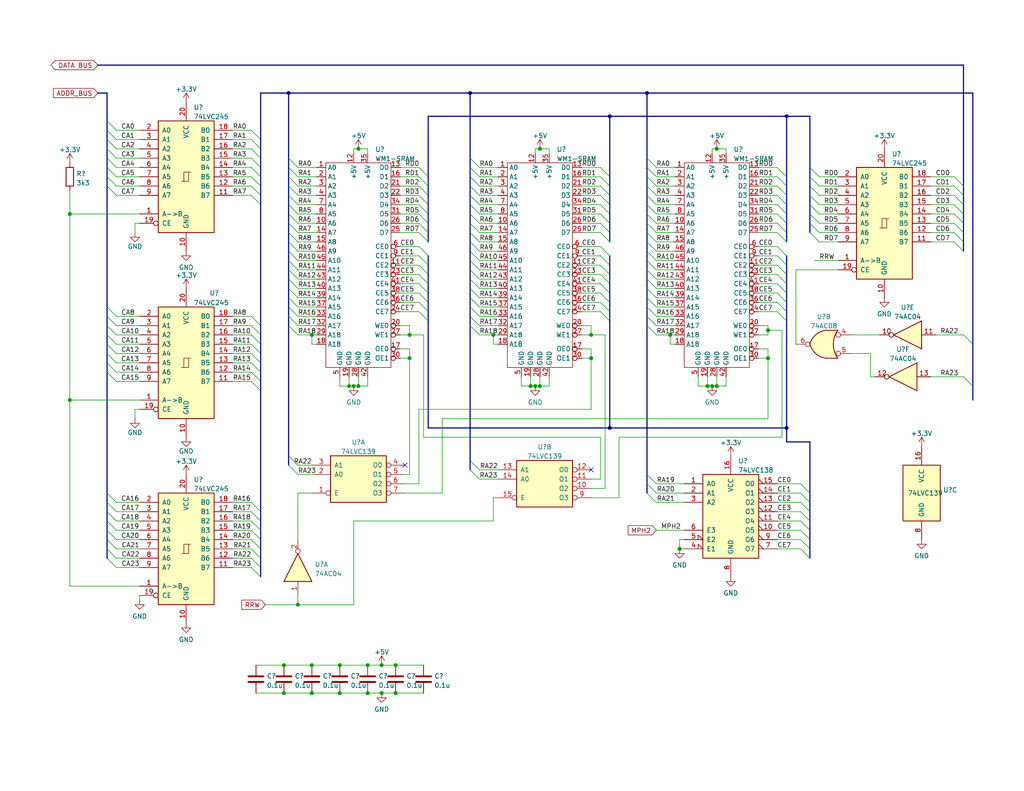
<source format=kicad_sch>
(kicad_sch (version 20211123) (generator eeschema)
  (paper "A")
  (title_block (title "RF65816SBC SRAM") (rev "1") (company "Finitron"))
  (junction (at 214.63 116.84))
  (junction (at 104.14 189.23))
  (junction (at 81.28 165.1))
  (junction (at 85.09 91.44))
  (junction (at 195.58 40.64))
  (junction (at 107.95 189.23))
  (junction (at 78.74 25.4))
  (junction (at 194.31 105.41))
  (junction (at 147.32 40.64))
  (junction (at 209.55 90.17))
  (junction (at 92.71 181.61))
  (junction (at 95.25 105.41))
  (junction (at 77.47 189.23))
  (junction (at 214.63 31.75))
  (junction (at 96.52 105.41))
  (junction (at 97.79 40.64))
  (junction (at 147.32 105.41))
  (junction (at 144.78 105.41))
  (junction (at 104.14 181.61))
  (junction (at 19.05 58.42))
  (junction (at 92.71 189.23))
  (junction (at 209.55 97.79))
  (junction (at 134.62 91.44))
  (junction (at 100.33 189.23))
  (junction (at 176.53 25.4))
  (junction (at 107.95 181.61))
  (junction (at 195.58 105.41))
  (junction (at 19.05 109.22))
  (junction (at 100.33 181.61))
  (junction (at 182.88 91.44))
  (junction (at 77.47 181.61))
  (junction (at 146.05 105.41))
  (junction (at 97.79 105.41))
  (junction (at 161.29 97.79))
  (junction (at 111.76 91.44))
  (junction (at 161.29 91.44))
  (junction (at 166.37 31.75))
  (junction (at 185.42 149.86))
  (junction (at 85.09 189.23))
  (junction (at 85.09 181.61))
  (junction (at 128.27 25.4))
  (junction (at 111.76 97.79))
  (junction (at 166.37 116.84))
  (junction (at 193.04 105.41))
  (no_connect (at 161.29 128.27))
  (no_connect (at 110.49 127))
  (bus_entry (at 68.58 137.16) (size 2.54 2.54))
  (bus_entry (at 212.09 74.93) (size 2.54 2.54))
  (bus_entry (at 68.58 142.24) (size 2.54 2.54))
  (bus_entry (at 29.21 83.82) (size 2.54 2.54))
  (bus_entry (at 176.53 50.8) (size 2.54 2.54))
  (bus_entry (at 220.98 60.96) (size 2.54 2.54))
  (bus_entry (at 68.58 50.8) (size 2.54 2.54))
  (bus_entry (at 78.74 68.58) (size 2.54 2.54))
  (bus_entry (at 114.3 69.85) (size 2.54 2.54))
  (bus_entry (at 176.53 134.62) (size 2.54 2.54))
  (bus_entry (at 68.58 139.7) (size 2.54 2.54))
  (bus_entry (at 68.58 45.72) (size 2.54 2.54))
  (bus_entry (at 260.35 63.5) (size 2.54 2.54))
  (bus_entry (at 212.09 72.39) (size 2.54 2.54))
  (bus_entry (at 78.74 81.28) (size 2.54 2.54))
  (bus_entry (at 114.3 58.42) (size 2.54 2.54))
  (bus_entry (at 176.53 76.2) (size 2.54 2.54))
  (bus_entry (at 163.83 69.85) (size 2.54 2.54))
  (bus_entry (at 163.83 45.72) (size 2.54 2.54))
  (bus_entry (at 114.3 63.5) (size 2.54 2.54))
  (bus_entry (at 114.3 74.93) (size 2.54 2.54))
  (bus_entry (at 220.98 58.42) (size 2.54 2.54))
  (bus_entry (at 128.27 43.18) (size 2.54 2.54))
  (bus_entry (at 212.09 60.96) (size 2.54 2.54))
  (bus_entry (at 260.35 66.04) (size 2.54 2.54))
  (bus_entry (at 212.09 69.85) (size 2.54 2.54))
  (bus_entry (at 260.35 53.34) (size 2.54 2.54))
  (bus_entry (at 128.27 60.96) (size 2.54 2.54))
  (bus_entry (at 163.83 50.8) (size 2.54 2.54))
  (bus_entry (at 176.53 68.58) (size 2.54 2.54))
  (bus_entry (at 78.74 88.9) (size 2.54 2.54))
  (bus_entry (at 68.58 101.6) (size 2.54 2.54))
  (bus_entry (at 218.44 134.62) (size 2.54 2.54))
  (bus_entry (at 212.09 48.26) (size 2.54 2.54))
  (bus_entry (at 176.53 129.54) (size 2.54 2.54))
  (bus_entry (at 176.53 58.42) (size 2.54 2.54))
  (bus_entry (at 163.83 74.93) (size 2.54 2.54))
  (bus_entry (at 262.89 91.44) (size 2.54 2.54))
  (bus_entry (at 78.74 124.46) (size 2.54 2.54))
  (bus_entry (at 29.21 86.36) (size 2.54 2.54))
  (bus_entry (at 128.27 50.8) (size 2.54 2.54))
  (bus_entry (at 212.09 58.42) (size 2.54 2.54))
  (bus_entry (at 78.74 63.5) (size 2.54 2.54))
  (bus_entry (at 68.58 91.44) (size 2.54 2.54))
  (bus_entry (at 163.83 58.42) (size 2.54 2.54))
  (bus_entry (at 212.09 63.5) (size 2.54 2.54))
  (bus_entry (at 78.74 78.74) (size 2.54 2.54))
  (bus_entry (at 260.35 48.26) (size 2.54 2.54))
  (bus_entry (at 128.27 125.73) (size 2.54 2.54))
  (bus_entry (at 128.27 45.72) (size 2.54 2.54))
  (bus_entry (at 114.3 85.09) (size 2.54 2.54))
  (bus_entry (at 29.21 149.86) (size 2.54 2.54))
  (bus_entry (at 163.83 80.01) (size 2.54 2.54))
  (bus_entry (at 128.27 76.2) (size 2.54 2.54))
  (bus_entry (at 176.53 48.26) (size 2.54 2.54))
  (bus_entry (at 176.53 73.66) (size 2.54 2.54))
  (bus_entry (at 218.44 144.78) (size 2.54 2.54))
  (bus_entry (at 68.58 144.78) (size 2.54 2.54))
  (bus_entry (at 212.09 82.55) (size 2.54 2.54))
  (bus_entry (at 176.53 55.88) (size 2.54 2.54))
  (bus_entry (at 262.89 102.87) (size 2.54 2.54))
  (bus_entry (at 212.09 53.34) (size 2.54 2.54))
  (bus_entry (at 163.83 82.55) (size 2.54 2.54))
  (bus_entry (at 29.21 137.16) (size 2.54 2.54))
  (bus_entry (at 128.27 81.28) (size 2.54 2.54))
  (bus_entry (at 163.83 63.5) (size 2.54 2.54))
  (bus_entry (at 128.27 78.74) (size 2.54 2.54))
  (bus_entry (at 29.21 134.62) (size 2.54 2.54))
  (bus_entry (at 114.3 45.72) (size 2.54 2.54))
  (bus_entry (at 68.58 40.64) (size 2.54 2.54))
  (bus_entry (at 218.44 149.86) (size 2.54 2.54))
  (bus_entry (at 78.74 83.82) (size 2.54 2.54))
  (bus_entry (at 114.3 80.01) (size 2.54 2.54))
  (bus_entry (at 29.21 142.24) (size 2.54 2.54))
  (bus_entry (at 78.74 60.96) (size 2.54 2.54))
  (bus_entry (at 78.74 55.88) (size 2.54 2.54))
  (bus_entry (at 163.83 55.88) (size 2.54 2.54))
  (bus_entry (at 163.83 67.31) (size 2.54 2.54))
  (bus_entry (at 114.3 67.31) (size 2.54 2.54))
  (bus_entry (at 128.27 55.88) (size 2.54 2.54))
  (bus_entry (at 29.21 40.64) (size 2.54 2.54))
  (bus_entry (at 29.21 147.32) (size 2.54 2.54))
  (bus_entry (at 176.53 78.74) (size 2.54 2.54))
  (bus_entry (at 260.35 58.42) (size 2.54 2.54))
  (bus_entry (at 29.21 50.8) (size 2.54 2.54))
  (bus_entry (at 218.44 137.16) (size 2.54 2.54))
  (bus_entry (at 68.58 147.32) (size 2.54 2.54))
  (bus_entry (at 176.53 66.04) (size 2.54 2.54))
  (bus_entry (at 176.53 83.82) (size 2.54 2.54))
  (bus_entry (at 68.58 149.86) (size 2.54 2.54))
  (bus_entry (at 78.74 45.72) (size 2.54 2.54))
  (bus_entry (at 212.09 45.72) (size 2.54 2.54))
  (bus_entry (at 128.27 68.58) (size 2.54 2.54))
  (bus_entry (at 128.27 53.34) (size 2.54 2.54))
  (bus_entry (at 68.58 99.06) (size 2.54 2.54))
  (bus_entry (at 29.21 38.1) (size 2.54 2.54))
  (bus_entry (at 176.53 45.72) (size 2.54 2.54))
  (bus_entry (at 29.21 139.7) (size 2.54 2.54))
  (bus_entry (at 29.21 144.78) (size 2.54 2.54))
  (bus_entry (at 78.74 58.42) (size 2.54 2.54))
  (bus_entry (at 114.3 50.8) (size 2.54 2.54))
  (bus_entry (at 128.27 88.9) (size 2.54 2.54))
  (bus_entry (at 78.74 76.2) (size 2.54 2.54))
  (bus_entry (at 114.3 53.34) (size 2.54 2.54))
  (bus_entry (at 128.27 48.26) (size 2.54 2.54))
  (bus_entry (at 176.53 43.18) (size 2.54 2.54))
  (bus_entry (at 176.53 132.08) (size 2.54 2.54))
  (bus_entry (at 68.58 86.36) (size 2.54 2.54))
  (bus_entry (at 68.58 48.26) (size 2.54 2.54))
  (bus_entry (at 29.21 101.6) (size 2.54 2.54))
  (bus_entry (at 128.27 58.42) (size 2.54 2.54))
  (bus_entry (at 220.98 50.8) (size 2.54 2.54))
  (bus_entry (at 220.98 53.34) (size 2.54 2.54))
  (bus_entry (at 218.44 147.32) (size 2.54 2.54))
  (bus_entry (at 163.83 77.47) (size 2.54 2.54))
  (bus_entry (at 163.83 60.96) (size 2.54 2.54))
  (bus_entry (at 212.09 55.88) (size 2.54 2.54))
  (bus_entry (at 78.74 50.8) (size 2.54 2.54))
  (bus_entry (at 78.74 71.12) (size 2.54 2.54))
  (bus_entry (at 128.27 71.12) (size 2.54 2.54))
  (bus_entry (at 68.58 53.34) (size 2.54 2.54))
  (bus_entry (at 212.09 77.47) (size 2.54 2.54))
  (bus_entry (at 78.74 127) (size 2.54 2.54))
  (bus_entry (at 212.09 50.8) (size 2.54 2.54))
  (bus_entry (at 29.21 33.02) (size 2.54 2.54))
  (bus_entry (at 78.74 53.34) (size 2.54 2.54))
  (bus_entry (at 68.58 35.56) (size 2.54 2.54))
  (bus_entry (at 68.58 152.4) (size 2.54 2.54))
  (bus_entry (at 29.21 96.52) (size 2.54 2.54))
  (bus_entry (at 68.58 93.98) (size 2.54 2.54))
  (bus_entry (at 78.74 86.36) (size 2.54 2.54))
  (bus_entry (at 220.98 55.88) (size 2.54 2.54))
  (bus_entry (at 212.09 80.01) (size 2.54 2.54))
  (bus_entry (at 78.74 43.18) (size 2.54 2.54))
  (bus_entry (at 260.35 55.88) (size 2.54 2.54))
  (bus_entry (at 260.35 50.8) (size 2.54 2.54))
  (bus_entry (at 128.27 63.5) (size 2.54 2.54))
  (bus_entry (at 114.3 60.96) (size 2.54 2.54))
  (bus_entry (at 29.21 152.4) (size 2.54 2.54))
  (bus_entry (at 68.58 88.9) (size 2.54 2.54))
  (bus_entry (at 29.21 91.44) (size 2.54 2.54))
  (bus_entry (at 78.74 48.26) (size 2.54 2.54))
  (bus_entry (at 68.58 43.18) (size 2.54 2.54))
  (bus_entry (at 29.21 45.72) (size 2.54 2.54))
  (bus_entry (at 68.58 38.1) (size 2.54 2.54))
  (bus_entry (at 128.27 73.66) (size 2.54 2.54))
  (bus_entry (at 29.21 93.98) (size 2.54 2.54))
  (bus_entry (at 68.58 154.94) (size 2.54 2.54))
  (bus_entry (at 218.44 132.08) (size 2.54 2.54))
  (bus_entry (at 260.35 60.96) (size 2.54 2.54))
  (bus_entry (at 114.3 72.39) (size 2.54 2.54))
  (bus_entry (at 68.58 96.52) (size 2.54 2.54))
  (bus_entry (at 128.27 86.36) (size 2.54 2.54))
  (bus_entry (at 218.44 139.7) (size 2.54 2.54))
  (bus_entry (at 176.53 60.96) (size 2.54 2.54))
  (bus_entry (at 163.83 53.34) (size 2.54 2.54))
  (bus_entry (at 176.53 63.5) (size 2.54 2.54))
  (bus_entry (at 114.3 82.55) (size 2.54 2.54))
  (bus_entry (at 163.83 72.39) (size 2.54 2.54))
  (bus_entry (at 176.53 88.9) (size 2.54 2.54))
  (bus_entry (at 114.3 55.88) (size 2.54 2.54))
  (bus_entry (at 220.98 63.5) (size 2.54 2.54))
  (bus_entry (at 114.3 77.47) (size 2.54 2.54))
  (bus_entry (at 29.21 99.06) (size 2.54 2.54))
  (bus_entry (at 176.53 53.34) (size 2.54 2.54))
  (bus_entry (at 212.09 85.09) (size 2.54 2.54))
  (bus_entry (at 176.53 71.12) (size 2.54 2.54))
  (bus_entry (at 128.27 66.04) (size 2.54 2.54))
  (bus_entry (at 212.09 67.31) (size 2.54 2.54))
  (bus_entry (at 163.83 48.26) (size 2.54 2.54))
  (bus_entry (at 29.21 88.9) (size 2.54 2.54))
  (bus_entry (at 220.98 48.26) (size 2.54 2.54))
  (bus_entry (at 176.53 81.28) (size 2.54 2.54))
  (bus_entry (at 128.27 83.82) (size 2.54 2.54))
  (bus_entry (at 29.21 43.18) (size 2.54 2.54))
  (bus_entry (at 78.74 66.04) (size 2.54 2.54))
  (bus_entry (at 78.74 73.66) (size 2.54 2.54))
  (bus_entry (at 218.44 142.24) (size 2.54 2.54))
  (bus_entry (at 68.58 104.14) (size 2.54 2.54))
  (bus_entry (at 220.98 45.72) (size 2.54 2.54))
  (bus_entry (at 114.3 48.26) (size 2.54 2.54))
  (bus_entry (at 29.21 35.56) (size 2.54 2.54))
  (bus_entry (at 176.53 86.36) (size 2.54 2.54))
  (bus_entry (at 128.27 128.27) (size 2.54 2.54))
  (bus_entry (at 29.21 48.26) (size 2.54 2.54))
  (bus_entry (at 163.83 85.09) (size 2.54 2.54))
  (wire (pts (xy 86.36 48.26) (xy 81.28 48.26)))
  (wire (pts (xy 146.05 40.64) (xy 147.32 40.64)))
  (wire (pts (xy 186.69 137.16) (xy 179.07 137.16)))
  (wire (pts (xy 109.22 82.55) (xy 114.3 82.55)))
  (wire (pts (xy 207.01 69.85) (xy 212.09 69.85)))
  (wire (pts (xy 209.55 97.79) (xy 209.55 114.3)))
  (wire (pts (xy 207.01 45.72) (xy 212.09 45.72)))
  (wire (pts (xy 149.86 40.64) (xy 149.86 41.91)))
  (bus (pts (xy 116.84 77.47) (xy 116.84 80.01)))
  (bus (pts (xy 214.63 63.5) (xy 214.63 60.96)))
  (wire (pts (xy 228.6 71.12) (xy 222.25 71.12)))
  (wire (pts (xy 109.22 88.9) (xy 111.76 88.9)))
  (bus (pts (xy 128.27 50.8) (xy 128.27 53.34)))
  (bus (pts (xy 220.98 144.78) (xy 220.98 142.24)))
  (wire (pts (xy 77.47 181.61) (xy 85.09 181.61)))
  (wire (pts (xy 144.78 102.87) (xy 144.78 105.41)))
  (wire (pts (xy 96.52 142.24) (xy 134.62 142.24)))
  (wire (pts (xy 207.01 50.8) (xy 212.09 50.8)))
  (wire (pts (xy 184.15 91.44) (xy 182.88 91.44)))
  (bus (pts (xy 176.53 45.72) (xy 176.53 48.26)))
  (wire (pts (xy 68.58 45.72) (xy 63.5 45.72)))
  (wire (pts (xy 255.27 91.44) (xy 262.89 91.44)))
  (wire (pts (xy 212.09 147.32) (xy 218.44 147.32)))
  (wire (pts (xy 86.36 50.8) (xy 81.28 50.8)))
  (wire (pts (xy 184.15 48.26) (xy 179.07 48.26)))
  (wire (pts (xy 63.5 101.6) (xy 68.58 101.6)))
  (wire (pts (xy 146.05 41.91) (xy 146.05 40.64)))
  (wire (pts (xy 135.89 93.98) (xy 134.62 93.98)))
  (bus (pts (xy 78.74 78.74) (xy 78.74 81.28)))
  (wire (pts (xy 207.01 63.5) (xy 212.09 63.5)))
  (bus (pts (xy 71.12 154.94) (xy 71.12 152.4)))
  (bus (pts (xy 71.12 55.88) (xy 71.12 53.34)))
  (wire (pts (xy 184.15 73.66) (xy 179.07 73.66)))
  (bus (pts (xy 29.21 35.56) (xy 29.21 33.02)))
  (bus (pts (xy 214.63 58.42) (xy 214.63 55.88)))
  (wire (pts (xy 100.33 105.41) (xy 100.33 102.87)))
  (wire (pts (xy 96.52 40.64) (xy 97.79 40.64)))
  (bus (pts (xy 78.74 88.9) (xy 78.74 124.46)))
  (wire (pts (xy 38.1 111.76) (xy 36.83 111.76)))
  (wire (pts (xy 19.05 52.07) (xy 19.05 58.42)))
  (bus (pts (xy 29.21 152.4) (xy 29.21 149.86)))
  (wire (pts (xy 240.03 91.44) (xy 232.41 91.44)))
  (bus (pts (xy 116.84 48.26) (xy 116.84 50.8)))
  (wire (pts (xy 63.5 149.86) (xy 68.58 149.86)))
  (wire (pts (xy 92.71 105.41) (xy 95.25 105.41)))
  (wire (pts (xy 135.89 73.66) (xy 130.81 73.66)))
  (wire (pts (xy 194.31 40.64) (xy 195.58 40.64)))
  (bus (pts (xy 71.12 88.9) (xy 71.12 55.88)))
  (wire (pts (xy 135.89 68.58) (xy 130.81 68.58)))
  (wire (pts (xy 147.32 40.64) (xy 149.86 40.64)))
  (bus (pts (xy 29.21 83.82) (xy 29.21 50.8)))
  (bus (pts (xy 29.21 40.64) (xy 29.21 38.1)))
  (bus (pts (xy 116.84 116.84) (xy 166.37 116.84)))
  (bus (pts (xy 29.21 99.06) (xy 29.21 96.52)))
  (wire (pts (xy 209.55 90.17) (xy 213.36 90.17)))
  (bus (pts (xy 116.84 53.34) (xy 116.84 55.88)))
  (wire (pts (xy 198.12 40.64) (xy 198.12 41.91)))
  (wire (pts (xy 179.07 144.78) (xy 186.69 144.78)))
  (wire (pts (xy 109.22 50.8) (xy 114.3 50.8)))
  (wire (pts (xy 109.22 72.39) (xy 114.3 72.39)))
  (bus (pts (xy 220.98 139.7) (xy 220.98 137.16)))
  (wire (pts (xy 158.75 91.44) (xy 161.29 91.44)))
  (bus (pts (xy 29.21 86.36) (xy 29.21 83.82)))
  (wire (pts (xy 97.79 105.41) (xy 100.33 105.41)))
  (bus (pts (xy 71.12 147.32) (xy 71.12 144.78)))
  (wire (pts (xy 97.79 102.87) (xy 97.79 105.41)))
  (bus (pts (xy 214.63 60.96) (xy 214.63 58.42)))
  (bus (pts (xy 29.21 139.7) (xy 29.21 137.16)))
  (bus (pts (xy 71.12 149.86) (xy 71.12 147.32)))
  (wire (pts (xy 92.71 102.87) (xy 92.71 105.41)))
  (bus (pts (xy 265.43 93.98) (xy 265.43 105.41)))
  (wire (pts (xy 207.01 95.25) (xy 209.55 95.25)))
  (bus (pts (xy 166.37 82.55) (xy 166.37 85.09)))
  (bus (pts (xy 176.53 83.82) (xy 176.53 86.36)))
  (wire (pts (xy 207.01 88.9) (xy 209.55 88.9)))
  (wire (pts (xy 38.1 53.34) (xy 31.75 53.34)))
  (bus (pts (xy 29.21 147.32) (xy 29.21 144.78)))
  (wire (pts (xy 207.01 85.09) (xy 212.09 85.09)))
  (wire (pts (xy 207.01 60.96) (xy 212.09 60.96)))
  (wire (pts (xy 213.36 119.38) (xy 213.36 90.17)))
  (wire (pts (xy 185.42 147.32) (xy 185.42 149.86)))
  (wire (pts (xy 168.91 119.38) (xy 168.91 135.89)))
  (wire (pts (xy 254 50.8) (xy 260.35 50.8)))
  (bus (pts (xy 116.84 72.39) (xy 116.84 74.93)))
  (bus (pts (xy 71.12 104.14) (xy 71.12 101.6)))
  (bus (pts (xy 166.37 116.84) (xy 214.63 116.84)))
  (wire (pts (xy 207.01 53.34) (xy 212.09 53.34)))
  (bus (pts (xy 262.89 58.42) (xy 262.89 55.88)))
  (wire (pts (xy 142.24 102.87) (xy 142.24 105.41)))
  (wire (pts (xy 209.55 88.9) (xy 209.55 90.17)))
  (bus (pts (xy 78.74 55.88) (xy 78.74 58.42)))
  (bus (pts (xy 29.21 101.6) (xy 29.21 134.62)))
  (wire (pts (xy 184.15 45.72) (xy 179.07 45.72)))
  (bus (pts (xy 166.37 58.42) (xy 166.37 55.88)))
  (wire (pts (xy 198.12 105.41) (xy 198.12 102.87)))
  (wire (pts (xy 68.58 35.56) (xy 63.5 35.56)))
  (bus (pts (xy 214.63 69.85) (xy 214.63 72.39)))
  (bus (pts (xy 128.27 58.42) (xy 128.27 60.96)))
  (bus (pts (xy 220.98 147.32) (xy 220.98 144.78)))
  (bus (pts (xy 265.43 25.4) (xy 265.43 93.98)))
  (bus (pts (xy 220.98 134.62) (xy 220.98 120.65)))
  (bus (pts (xy 166.37 85.09) (xy 166.37 87.63)))
  (bus (pts (xy 166.37 50.8) (xy 166.37 48.26)))
  (wire (pts (xy 228.6 48.26) (xy 223.52 48.26)))
  (wire (pts (xy 186.69 132.08) (xy 179.07 132.08)))
  (wire (pts (xy 104.14 189.23) (xy 107.95 189.23)))
  (wire (pts (xy 161.29 91.44) (xy 165.1 91.44)))
  (wire (pts (xy 207.01 74.93) (xy 212.09 74.93)))
  (wire (pts (xy 38.1 147.32) (xy 31.75 147.32)))
  (bus (pts (xy 166.37 66.04) (xy 166.37 63.5)))
  (wire (pts (xy 68.58 43.18) (xy 63.5 43.18)))
  (wire (pts (xy 86.36 93.98) (xy 85.09 93.98)))
  (bus (pts (xy 78.74 71.12) (xy 78.74 73.66)))
  (bus (pts (xy 176.53 60.96) (xy 176.53 63.5)))
  (wire (pts (xy 110.49 129.54) (xy 111.76 129.54)))
  (wire (pts (xy 86.36 60.96) (xy 81.28 60.96)))
  (wire (pts (xy 111.76 95.25) (xy 111.76 97.79)))
  (wire (pts (xy 81.28 134.62) (xy 85.09 134.62)))
  (wire (pts (xy 114.3 111.76) (xy 114.3 132.08)))
  (wire (pts (xy 135.89 53.34) (xy 130.81 53.34)))
  (wire (pts (xy 38.1 93.98) (xy 31.75 93.98)))
  (wire (pts (xy 212.09 142.24) (xy 218.44 142.24)))
  (bus (pts (xy 166.37 60.96) (xy 166.37 58.42)))
  (wire (pts (xy 86.36 83.82) (xy 81.28 83.82)))
  (bus (pts (xy 220.98 63.5) (xy 220.98 60.96)))
  (wire (pts (xy 135.89 86.36) (xy 130.81 86.36)))
  (wire (pts (xy 135.89 63.5) (xy 130.81 63.5)))
  (wire (pts (xy 68.58 48.26) (xy 63.5 48.26)))
  (wire (pts (xy 109.22 80.01) (xy 114.3 80.01)))
  (bus (pts (xy 78.74 127) (xy 78.74 124.46)))
  (bus (pts (xy 176.53 76.2) (xy 176.53 78.74)))
  (wire (pts (xy 212.09 132.08) (xy 218.44 132.08)))
  (bus (pts (xy 176.53 63.5) (xy 176.53 66.04)))
  (bus (pts (xy 220.98 137.16) (xy 220.98 134.62)))
  (bus (pts (xy 176.53 53.34) (xy 176.53 55.88)))
  (bus (pts (xy 176.53 132.08) (xy 176.53 129.54)))
  (wire (pts (xy 109.22 53.34) (xy 114.3 53.34)))
  (bus (pts (xy 116.84 69.85) (xy 116.84 72.39)))
  (wire (pts (xy 38.1 144.78) (xy 31.75 144.78)))
  (wire (pts (xy 100.33 181.61) (xy 104.14 181.61)))
  (bus (pts (xy 176.53 58.42) (xy 176.53 60.96)))
  (wire (pts (xy 38.1 38.1) (xy 31.75 38.1)))
  (wire (pts (xy 158.75 67.31) (xy 163.83 67.31)))
  (bus (pts (xy 128.27 60.96) (xy 128.27 63.5)))
  (bus (pts (xy 78.74 63.5) (xy 78.74 66.04)))
  (wire (pts (xy 111.76 91.44) (xy 109.22 91.44)))
  (wire (pts (xy 184.15 53.34) (xy 179.07 53.34)))
  (bus (pts (xy 78.74 81.28) (xy 78.74 83.82)))
  (bus (pts (xy 176.53 43.18) (xy 176.53 45.72)))
  (bus (pts (xy 166.37 72.39) (xy 166.37 74.93)))
  (wire (pts (xy 254 63.5) (xy 260.35 63.5)))
  (wire (pts (xy 184.15 60.96) (xy 179.07 60.96)))
  (bus (pts (xy 176.53 25.4) (xy 176.53 43.18)))
  (wire (pts (xy 68.58 142.24) (xy 63.5 142.24)))
  (wire (pts (xy 38.1 88.9) (xy 31.75 88.9)))
  (wire (pts (xy 115.57 119.38) (xy 115.57 91.44)))
  (wire (pts (xy 109.22 74.93) (xy 114.3 74.93)))
  (wire (pts (xy 158.75 85.09) (xy 163.83 85.09)))
  (wire (pts (xy 85.09 129.54) (xy 81.28 129.54)))
  (wire (pts (xy 104.14 181.61) (xy 107.95 181.61)))
  (bus (pts (xy 176.53 68.58) (xy 176.53 71.12)))
  (wire (pts (xy 184.15 66.04) (xy 179.07 66.04)))
  (wire (pts (xy 158.75 63.5) (xy 163.83 63.5)))
  (bus (pts (xy 166.37 31.75) (xy 116.84 31.75)))
  (wire (pts (xy 68.58 147.32) (xy 63.5 147.32)))
  (wire (pts (xy 38.1 40.64) (xy 31.75 40.64)))
  (wire (pts (xy 217.17 73.66) (xy 228.6 73.66)))
  (bus (pts (xy 78.74 43.18) (xy 78.74 45.72)))
  (wire (pts (xy 77.47 189.23) (xy 85.09 189.23)))
  (bus (pts (xy 262.89 17.78) (xy 262.89 50.8)))
  (bus (pts (xy 128.27 83.82) (xy 128.27 86.36)))
  (wire (pts (xy 68.58 88.9) (xy 63.5 88.9)))
  (wire (pts (xy 184.15 58.42) (xy 179.07 58.42)))
  (bus (pts (xy 128.27 78.74) (xy 128.27 81.28)))
  (wire (pts (xy 135.89 50.8) (xy 130.81 50.8)))
  (wire (pts (xy 86.36 68.58) (xy 81.28 68.58)))
  (wire (pts (xy 254 53.34) (xy 260.35 53.34)))
  (wire (pts (xy 92.71 181.61) (xy 100.33 181.61)))
  (bus (pts (xy 71.12 25.4) (xy 78.74 25.4)))
  (wire (pts (xy 109.22 58.42) (xy 114.3 58.42)))
  (wire (pts (xy 209.55 91.44) (xy 207.01 91.44)))
  (wire (pts (xy 158.75 50.8) (xy 163.83 50.8)))
  (wire (pts (xy 85.09 127) (xy 81.28 127)))
  (wire (pts (xy 228.6 53.34) (xy 223.52 53.34)))
  (wire (pts (xy 135.89 60.96) (xy 130.81 60.96)))
  (bus (pts (xy 220.98 149.86) (xy 220.98 147.32)))
  (wire (pts (xy 147.32 105.41) (xy 149.86 105.41)))
  (bus (pts (xy 128.27 88.9) (xy 128.27 125.73)))
  (bus (pts (xy 29.21 93.98) (xy 29.21 91.44)))
  (wire (pts (xy 237.49 102.87) (xy 237.49 96.52)))
  (wire (pts (xy 207.01 72.39) (xy 212.09 72.39)))
  (bus (pts (xy 214.63 85.09) (xy 214.63 87.63)))
  (wire (pts (xy 38.1 86.36) (xy 31.75 86.36)))
  (bus (pts (xy 29.21 149.86) (xy 29.21 147.32)))
  (wire (pts (xy 184.15 63.5) (xy 179.07 63.5)))
  (wire (pts (xy 107.95 181.61) (xy 115.57 181.61)))
  (bus (pts (xy 116.84 85.09) (xy 116.84 87.63)))
  (wire (pts (xy 120.65 114.3) (xy 209.55 114.3)))
  (wire (pts (xy 38.1 48.26) (xy 31.75 48.26)))
  (wire (pts (xy 186.69 134.62) (xy 179.07 134.62)))
  (bus (pts (xy 128.27 63.5) (xy 128.27 66.04)))
  (wire (pts (xy 38.1 152.4) (xy 31.75 152.4)))
  (wire (pts (xy 212.09 137.16) (xy 218.44 137.16)))
  (wire (pts (xy 184.15 76.2) (xy 179.07 76.2)))
  (wire (pts (xy 68.58 53.34) (xy 63.5 53.34)))
  (bus (pts (xy 71.12 38.1) (xy 71.12 25.4)))
  (bus (pts (xy 214.63 31.75) (xy 166.37 31.75)))
  (wire (pts (xy 100.33 40.64) (xy 100.33 41.91)))
  (wire (pts (xy 86.36 81.28) (xy 81.28 81.28)))
  (wire (pts (xy 184.15 88.9) (xy 179.07 88.9)))
  (wire (pts (xy 212.09 149.86) (xy 218.44 149.86)))
  (wire (pts (xy 165.1 133.35) (xy 161.29 133.35)))
  (wire (pts (xy 68.58 137.16) (xy 63.5 137.16)))
  (wire (pts (xy 146.05 105.41) (xy 147.32 105.41)))
  (bus (pts (xy 71.12 106.68) (xy 71.12 104.14)))
  (bus (pts (xy 128.27 48.26) (xy 128.27 50.8)))
  (bus (pts (xy 220.98 142.24) (xy 220.98 139.7)))
  (wire (pts (xy 163.83 130.81) (xy 163.83 119.38)))
  (bus (pts (xy 220.98 58.42) (xy 220.98 55.88)))
  (wire (pts (xy 109.22 45.72) (xy 114.3 45.72)))
  (wire (pts (xy 254 58.42) (xy 260.35 58.42)))
  (wire (pts (xy 135.89 58.42) (xy 130.81 58.42)))
  (bus (pts (xy 176.53 25.4) (xy 265.43 25.4)))
  (bus (pts (xy 220.98 152.4) (xy 220.98 149.86)))
  (wire (pts (xy 38.1 43.18) (xy 31.75 43.18)))
  (wire (pts (xy 68.58 93.98) (xy 63.5 93.98)))
  (wire (pts (xy 217.17 93.98) (xy 217.17 73.66)))
  (wire (pts (xy 184.15 55.88) (xy 179.07 55.88)))
  (wire (pts (xy 184.15 78.74) (xy 179.07 78.74)))
  (wire (pts (xy 228.6 55.88) (xy 223.52 55.88)))
  (wire (pts (xy 38.1 149.86) (xy 31.75 149.86)))
  (wire (pts (xy 38.1 142.24) (xy 31.75 142.24)))
  (bus (pts (xy 29.21 25.4) (xy 26.67 25.4)))
  (bus (pts (xy 214.63 50.8) (xy 214.63 48.26)))
  (bus (pts (xy 78.74 86.36) (xy 78.74 88.9)))
  (bus (pts (xy 128.27 76.2) (xy 128.27 78.74)))
  (wire (pts (xy 38.1 154.94) (xy 31.75 154.94)))
  (bus (pts (xy 29.21 43.18) (xy 29.21 40.64)))
  (bus (pts (xy 29.21 91.44) (xy 29.21 88.9)))
  (wire (pts (xy 38.1 45.72) (xy 31.75 45.72)))
  (wire (pts (xy 95.25 102.87) (xy 95.25 105.41)))
  (bus (pts (xy 116.84 60.96) (xy 116.84 63.5)))
  (wire (pts (xy 161.29 95.25) (xy 161.29 97.79)))
  (wire (pts (xy 68.58 104.14) (xy 63.5 104.14)))
  (bus (pts (xy 166.37 87.63) (xy 166.37 116.84)))
  (bus (pts (xy 214.63 53.34) (xy 214.63 50.8)))
  (bus (pts (xy 128.27 86.36) (xy 128.27 88.9)))
  (bus (pts (xy 166.37 53.34) (xy 166.37 50.8)))
  (bus (pts (xy 78.74 68.58) (xy 78.74 71.12)))
  (wire (pts (xy 158.75 74.93) (xy 163.83 74.93)))
  (wire (pts (xy 95.25 105.41) (xy 96.52 105.41)))
  (bus (pts (xy 128.27 73.66) (xy 128.27 76.2)))
  (bus (pts (xy 71.12 40.64) (xy 71.12 38.1)))
  (wire (pts (xy 161.29 130.81) (xy 163.83 130.81)))
  (wire (pts (xy 38.1 35.56) (xy 31.75 35.56)))
  (bus (pts (xy 214.63 82.55) (xy 214.63 85.09)))
  (wire (pts (xy 161.29 97.79) (xy 158.75 97.79)))
  (wire (pts (xy 85.09 181.61) (xy 92.71 181.61)))
  (bus (pts (xy 71.12 157.48) (xy 71.12 154.94)))
  (wire (pts (xy 194.31 41.91) (xy 194.31 40.64)))
  (bus (pts (xy 176.53 86.36) (xy 176.53 88.9)))
  (wire (pts (xy 68.58 96.52) (xy 63.5 96.52)))
  (wire (pts (xy 120.65 114.3) (xy 120.65 134.62)))
  (wire (pts (xy 237.49 96.52) (xy 232.41 96.52)))
  (bus (pts (xy 78.74 45.72) (xy 78.74 48.26)))
  (wire (pts (xy 228.6 50.8) (xy 223.52 50.8)))
  (bus (pts (xy 116.84 87.63) (xy 116.84 116.84)))
  (wire (pts (xy 111.76 97.79) (xy 109.22 97.79)))
  (wire (pts (xy 135.89 135.89) (xy 134.62 135.89)))
  (wire (pts (xy 36.83 111.76) (xy 36.83 114.3)))
  (wire (pts (xy 149.86 105.41) (xy 149.86 102.87)))
  (bus (pts (xy 71.12 45.72) (xy 71.12 43.18)))
  (wire (pts (xy 68.58 38.1) (xy 63.5 38.1)))
  (wire (pts (xy 96.52 165.1) (xy 96.52 142.24)))
  (wire (pts (xy 68.58 50.8) (xy 63.5 50.8)))
  (bus (pts (xy 176.53 78.74) (xy 176.53 81.28)))
  (wire (pts (xy 86.36 76.2) (xy 81.28 76.2)))
  (bus (pts (xy 29.21 99.06) (xy 29.21 101.6)))
  (wire (pts (xy 135.89 76.2) (xy 130.81 76.2)))
  (wire (pts (xy 68.58 139.7) (xy 63.5 139.7)))
  (bus (pts (xy 78.74 50.8) (xy 78.74 53.34)))
  (bus (pts (xy 262.89 60.96) (xy 262.89 58.42)))
  (bus (pts (xy 166.37 48.26) (xy 166.37 31.75)))
  (bus (pts (xy 128.27 25.4) (xy 128.27 43.18)))
  (wire (pts (xy 135.89 78.74) (xy 130.81 78.74)))
  (wire (pts (xy 158.75 80.01) (xy 163.83 80.01)))
  (bus (pts (xy 71.12 96.52) (xy 71.12 93.98)))
  (wire (pts (xy 193.04 105.41) (xy 194.31 105.41)))
  (wire (pts (xy 158.75 69.85) (xy 163.83 69.85)))
  (wire (pts (xy 158.75 72.39) (xy 163.83 72.39)))
  (bus (pts (xy 71.12 106.68) (xy 71.12 139.7)))
  (wire (pts (xy 158.75 60.96) (xy 163.83 60.96)))
  (wire (pts (xy 195.58 40.64) (xy 198.12 40.64)))
  (wire (pts (xy 111.76 91.44) (xy 115.57 91.44)))
  (wire (pts (xy 158.75 82.55) (xy 163.83 82.55)))
  (bus (pts (xy 262.89 55.88) (xy 262.89 53.34)))
  (wire (pts (xy 207.01 48.26) (xy 212.09 48.26)))
  (wire (pts (xy 86.36 63.5) (xy 81.28 63.5)))
  (wire (pts (xy 86.36 73.66) (xy 81.28 73.66)))
  (wire (pts (xy 111.76 97.79) (xy 111.76 129.54)))
  (wire (pts (xy 254 66.04) (xy 260.35 66.04)))
  (bus (pts (xy 176.53 48.26) (xy 176.53 50.8)))
  (wire (pts (xy 114.3 111.76) (xy 161.29 111.76)))
  (wire (pts (xy 86.36 88.9) (xy 81.28 88.9)))
  (wire (pts (xy 109.22 95.25) (xy 111.76 95.25)))
  (wire (pts (xy 209.55 90.17) (xy 209.55 91.44)))
  (wire (pts (xy 86.36 71.12) (xy 81.28 71.12)))
  (wire (pts (xy 135.89 48.26) (xy 130.81 48.26)))
  (bus (pts (xy 78.74 60.96) (xy 78.74 63.5)))
  (wire (pts (xy 194.31 105.41) (xy 195.58 105.41)))
  (wire (pts (xy 85.09 93.98) (xy 85.09 91.44)))
  (wire (pts (xy 184.15 86.36) (xy 179.07 86.36)))
  (wire (pts (xy 254 60.96) (xy 260.35 60.96)))
  (bus (pts (xy 262.89 17.78) (xy 26.67 17.78)))
  (bus (pts (xy 265.43 105.41) (xy 265.43 109.22)))
  (bus (pts (xy 128.27 81.28) (xy 128.27 83.82)))
  (wire (pts (xy 207.01 67.31) (xy 212.09 67.31)))
  (bus (pts (xy 214.63 77.47) (xy 214.63 80.01)))
  (bus (pts (xy 128.27 71.12) (xy 128.27 73.66)))
  (wire (pts (xy 38.1 162.56) (xy 38.1 163.83)))
  (wire (pts (xy 68.58 99.06) (xy 63.5 99.06)))
  (bus (pts (xy 128.27 25.4) (xy 78.74 25.4)))
  (wire (pts (xy 97.79 40.64) (xy 100.33 40.64)))
  (wire (pts (xy 209.55 95.25) (xy 209.55 97.79)))
  (wire (pts (xy 161.29 97.79) (xy 161.29 111.76)))
  (wire (pts (xy 19.05 160.02) (xy 38.1 160.02)))
  (bus (pts (xy 128.27 128.27) (xy 128.27 125.73)))
  (bus (pts (xy 29.21 137.16) (xy 29.21 134.62)))
  (bus (pts (xy 220.98 45.72) (xy 220.98 31.75)))
  (wire (pts (xy 254 55.88) (xy 260.35 55.88)))
  (wire (pts (xy 182.88 93.98) (xy 182.88 91.44)))
  (bus (pts (xy 29.21 96.52) (xy 29.21 93.98)))
  (wire (pts (xy 38.1 91.44) (xy 31.75 91.44)))
  (bus (pts (xy 176.53 81.28) (xy 176.53 83.82)))
  (bus (pts (xy 29.21 33.02) (xy 29.21 25.4)))
  (bus (pts (xy 214.63 66.04) (xy 214.63 63.5)))
  (bus (pts (xy 116.84 50.8) (xy 116.84 53.34)))
  (wire (pts (xy 19.05 58.42) (xy 38.1 58.42)))
  (wire (pts (xy 228.6 63.5) (xy 223.52 63.5)))
  (wire (pts (xy 85.09 189.23) (xy 92.71 189.23)))
  (wire (pts (xy 134.62 91.44) (xy 130.81 91.44)))
  (wire (pts (xy 158.75 53.34) (xy 163.83 53.34)))
  (bus (pts (xy 71.12 48.26) (xy 71.12 45.72)))
  (wire (pts (xy 190.5 102.87) (xy 190.5 105.41)))
  (wire (pts (xy 38.1 60.96) (xy 36.83 60.96)))
  (bus (pts (xy 176.53 88.9) (xy 176.53 129.54)))
  (wire (pts (xy 81.28 165.1) (xy 81.28 162.56)))
  (wire (pts (xy 134.62 142.24) (xy 134.62 135.89)))
  (wire (pts (xy 63.5 152.4) (xy 68.58 152.4)))
  (wire (pts (xy 109.22 69.85) (xy 114.3 69.85)))
  (wire (pts (xy 109.22 55.88) (xy 114.3 55.88)))
  (wire (pts (xy 38.1 137.16) (xy 31.75 137.16)))
  (wire (pts (xy 228.6 58.42) (xy 223.52 58.42)))
  (bus (pts (xy 116.84 58.42) (xy 116.84 60.96)))
  (wire (pts (xy 38.1 139.7) (xy 31.75 139.7)))
  (wire (pts (xy 109.22 60.96) (xy 114.3 60.96)))
  (bus (pts (xy 176.53 25.4) (xy 128.27 25.4)))
  (wire (pts (xy 207.01 77.47) (xy 212.09 77.47)))
  (bus (pts (xy 116.84 63.5) (xy 116.84 66.04)))
  (wire (pts (xy 109.22 48.26) (xy 114.3 48.26)))
  (wire (pts (xy 96.52 41.91) (xy 96.52 40.64)))
  (wire (pts (xy 86.36 58.42) (xy 81.28 58.42)))
  (wire (pts (xy 161.29 91.44) (xy 161.29 88.9)))
  (wire (pts (xy 92.71 189.23) (xy 100.33 189.23)))
  (wire (pts (xy 38.1 99.06) (xy 31.75 99.06)))
  (bus (pts (xy 29.21 48.26) (xy 29.21 45.72)))
  (wire (pts (xy 158.75 58.42) (xy 163.83 58.42)))
  (bus (pts (xy 262.89 68.58) (xy 262.89 66.04)))
  (wire (pts (xy 209.55 97.79) (xy 207.01 97.79)))
  (wire (pts (xy 207.01 55.88) (xy 212.09 55.88)))
  (bus (pts (xy 71.12 53.34) (xy 71.12 50.8)))
  (wire (pts (xy 142.24 105.41) (xy 144.78 105.41)))
  (bus (pts (xy 71.12 142.24) (xy 71.12 139.7)))
  (wire (pts (xy 68.58 91.44) (xy 63.5 91.44)))
  (bus (pts (xy 78.74 53.34) (xy 78.74 55.88)))
  (bus (pts (xy 78.74 73.66) (xy 78.74 76.2)))
  (bus (pts (xy 220.98 55.88) (xy 220.98 53.34)))
  (bus (pts (xy 214.63 74.93) (xy 214.63 77.47)))
  (wire (pts (xy 135.89 55.88) (xy 130.81 55.88)))
  (wire (pts (xy 36.83 60.96) (xy 36.83 63.5)))
  (bus (pts (xy 128.27 68.58) (xy 128.27 71.12)))
  (wire (pts (xy 186.69 147.32) (xy 185.42 147.32)))
  (wire (pts (xy 158.75 45.72) (xy 163.83 45.72)))
  (bus (pts (xy 166.37 63.5) (xy 166.37 60.96)))
  (wire (pts (xy 238.76 102.87) (xy 237.49 102.87)))
  (wire (pts (xy 86.36 45.72) (xy 81.28 45.72)))
  (wire (pts (xy 96.52 105.41) (xy 97.79 105.41)))
  (bus (pts (xy 128.27 53.34) (xy 128.27 55.88)))
  (bus (pts (xy 71.12 152.4) (xy 71.12 149.86)))
  (wire (pts (xy 207.01 80.01) (xy 212.09 80.01)))
  (bus (pts (xy 78.74 76.2) (xy 78.74 78.74)))
  (wire (pts (xy 158.75 55.88) (xy 163.83 55.88)))
  (bus (pts (xy 262.89 66.04) (xy 262.89 63.5)))
  (wire (pts (xy 184.15 83.82) (xy 179.07 83.82)))
  (bus (pts (xy 71.12 99.06) (xy 71.12 96.52)))
  (wire (pts (xy 19.05 109.22) (xy 19.05 160.02)))
  (wire (pts (xy 184.15 93.98) (xy 182.88 93.98)))
  (wire (pts (xy 144.78 105.41) (xy 146.05 105.41)))
  (wire (pts (xy 69.85 181.61) (xy 77.47 181.61)))
  (wire (pts (xy 147.32 102.87) (xy 147.32 105.41)))
  (wire (pts (xy 195.58 102.87) (xy 195.58 105.41)))
  (bus (pts (xy 71.12 144.78) (xy 71.12 142.24)))
  (wire (pts (xy 161.29 88.9) (xy 158.75 88.9)))
  (wire (pts (xy 158.75 48.26) (xy 163.83 48.26)))
  (bus (pts (xy 128.27 66.04) (xy 128.27 68.58)))
  (wire (pts (xy 212.09 139.7) (xy 218.44 139.7)))
  (wire (pts (xy 228.6 66.04) (xy 223.52 66.04)))
  (wire (pts (xy 134.62 93.98) (xy 134.62 91.44)))
  (bus (pts (xy 116.84 31.75) (xy 116.84 48.26)))
  (wire (pts (xy 72.39 165.1) (xy 81.28 165.1)))
  (wire (pts (xy 120.65 134.62) (xy 110.49 134.62)))
  (bus (pts (xy 176.53 73.66) (xy 176.53 76.2)))
  (bus (pts (xy 29.21 38.1) (xy 29.21 35.56)))
  (wire (pts (xy 115.57 119.38) (xy 163.83 119.38)))
  (wire (pts (xy 110.49 132.08) (xy 114.3 132.08)))
  (wire (pts (xy 135.89 128.27) (xy 130.81 128.27)))
  (wire (pts (xy 212.09 144.78) (xy 218.44 144.78)))
  (bus (pts (xy 262.89 53.34) (xy 262.89 50.8)))
  (wire (pts (xy 135.89 88.9) (xy 130.81 88.9)))
  (bus (pts (xy 214.63 48.26) (xy 214.63 31.75)))
  (wire (pts (xy 168.91 135.89) (xy 161.29 135.89)))
  (wire (pts (xy 86.36 78.74) (xy 81.28 78.74)))
  (bus (pts (xy 128.27 55.88) (xy 128.27 58.42)))
  (bus (pts (xy 214.63 87.63) (xy 214.63 116.84)))
  (bus (pts (xy 78.74 83.82) (xy 78.74 86.36)))
  (wire (pts (xy 38.1 50.8) (xy 31.75 50.8)))
  (bus (pts (xy 262.89 63.5) (xy 262.89 60.96)))
  (wire (pts (xy 68.58 86.36) (xy 63.5 86.36)))
  (wire (pts (xy 228.6 60.96) (xy 223.52 60.96)))
  (wire (pts (xy 68.58 40.64) (xy 63.5 40.64)))
  (wire (pts (xy 254 48.26) (xy 260.35 48.26)))
  (bus (pts (xy 29.21 45.72) (xy 29.21 43.18)))
  (wire (pts (xy 38.1 101.6) (xy 31.75 101.6)))
  (bus (pts (xy 214.63 80.01) (xy 214.63 82.55)))
  (wire (pts (xy 109.22 85.09) (xy 114.3 85.09)))
  (bus (pts (xy 176.53 66.04) (xy 176.53 68.58)))
  (wire (pts (xy 86.36 91.44) (xy 85.09 91.44)))
  (wire (pts (xy 168.91 119.38) (xy 213.36 119.38)))
  (wire (pts (xy 38.1 104.14) (xy 31.75 104.14)))
  (wire (pts (xy 190.5 105.41) (xy 193.04 105.41)))
  (bus (pts (xy 214.63 120.65) (xy 214.63 116.84)))
  (wire (pts (xy 212.09 134.62) (xy 218.44 134.62)))
  (wire (pts (xy 135.89 83.82) (xy 130.81 83.82)))
  (bus (pts (xy 214.63 55.88) (xy 214.63 53.34)))
  (wire (pts (xy 158.75 95.25) (xy 161.29 95.25)))
  (wire (pts (xy 81.28 134.62) (xy 81.28 147.32)))
  (bus (pts (xy 128.27 45.72) (xy 128.27 48.26)))
  (wire (pts (xy 182.88 91.44) (xy 179.07 91.44)))
  (wire (pts (xy 207.01 82.55) (xy 212.09 82.55)))
  (wire (pts (xy 135.89 66.04) (xy 130.81 66.04)))
  (wire (pts (xy 165.1 91.44) (xy 165.1 133.35)))
  (bus (pts (xy 166.37 74.93) (xy 166.37 77.47)))
  (wire (pts (xy 135.89 91.44) (xy 134.62 91.44)))
  (wire (pts (xy 254 102.87) (xy 262.89 102.87)))
  (wire (pts (xy 135.89 71.12) (xy 130.81 71.12)))
  (wire (pts (xy 184.15 68.58) (xy 179.07 68.58)))
  (wire (pts (xy 193.04 102.87) (xy 193.04 105.41)))
  (wire (pts (xy 135.89 45.72) (xy 130.81 45.72)))
  (bus (pts (xy 166.37 69.85) (xy 166.37 72.39)))
  (bus (pts (xy 29.21 50.8) (xy 29.21 48.26)))
  (bus (pts (xy 78.74 66.04) (xy 78.74 68.58)))
  (wire (pts (xy 184.15 71.12) (xy 179.07 71.12)))
  (bus (pts (xy 116.84 80.01) (xy 116.84 82.55)))
  (wire (pts (xy 19.05 109.22) (xy 38.1 109.22)))
  (bus (pts (xy 220.98 48.26) (xy 220.98 45.72)))
  (bus (pts (xy 29.21 88.9) (xy 29.21 86.36)))
  (bus (pts (xy 78.74 58.42) (xy 78.74 60.96)))
  (bus (pts (xy 116.84 74.93) (xy 116.84 77.47)))
  (bus (pts (xy 71.12 91.44) (xy 71.12 88.9)))
  (wire (pts (xy 135.89 81.28) (xy 130.81 81.28)))
  (bus (pts (xy 166.37 55.88) (xy 166.37 53.34)))
  (bus (pts (xy 220.98 31.75) (xy 214.63 31.75)))
  (wire (pts (xy 186.69 149.86) (xy 185.42 149.86)))
  (bus (pts (xy 78.74 25.4) (xy 78.74 43.18)))
  (bus (pts (xy 71.12 93.98) (xy 71.12 91.44)))
  (wire (pts (xy 63.5 154.94) (xy 68.58 154.94)))
  (bus (pts (xy 220.98 50.8) (xy 220.98 48.26)))
  (wire (pts (xy 107.95 189.23) (xy 115.57 189.23)))
  (bus (pts (xy 166.37 77.47) (xy 166.37 80.01)))
  (bus (pts (xy 29.21 142.24) (xy 29.21 139.7)))
  (wire (pts (xy 68.58 144.78) (xy 63.5 144.78)))
  (bus (pts (xy 78.74 48.26) (xy 78.74 50.8)))
  (wire (pts (xy 109.22 67.31) (xy 114.3 67.31)))
  (wire (pts (xy 158.75 77.47) (xy 163.83 77.47)))
  (bus (pts (xy 116.84 55.88) (xy 116.84 58.42)))
  (bus (pts (xy 176.53 134.62) (xy 176.53 132.08)))
  (bus (pts (xy 29.21 144.78) (xy 29.21 142.24)))
  (wire (pts (xy 195.58 105.41) (xy 198.12 105.41)))
  (bus (pts (xy 166.37 80.01) (xy 166.37 82.55)))
  (wire (pts (xy 38.1 96.52) (xy 31.75 96.52)))
  (wire (pts (xy 184.15 81.28) (xy 179.07 81.28)))
  (wire (pts (xy 86.36 55.88) (xy 81.28 55.88)))
  (wire (pts (xy 109.22 77.47) (xy 114.3 77.47)))
  (wire (pts (xy 69.85 189.23) (xy 77.47 189.23)))
  (bus (pts (xy 220.98 60.96) (xy 220.98 58.42)))
  (wire (pts (xy 19.05 109.22) (xy 19.05 58.42)))
  (wire (pts (xy 207.01 58.42) (xy 212.09 58.42)))
  (wire (pts (xy 86.36 66.04) (xy 81.28 66.04)))
  (bus (pts (xy 128.27 43.18) (xy 128.27 45.72)))
  (bus (pts (xy 176.53 50.8) (xy 176.53 53.34)))
  (wire (pts (xy 86.36 53.34) (xy 81.28 53.34)))
  (wire (pts (xy 85.09 91.44) (xy 81.28 91.44)))
  (wire (pts (xy 81.28 165.1) (xy 96.52 165.1)))
  (bus (pts (xy 220.98 53.34) (xy 220.98 50.8)))
  (wire (pts (xy 111.76 88.9) (xy 111.76 91.44)))
  (wire (pts (xy 109.22 63.5) (xy 114.3 63.5)))
  (bus (pts (xy 71.12 101.6) (xy 71.12 99.06)))
  (bus (pts (xy 176.53 71.12) (xy 176.53 73.66)))
  (bus (pts (xy 71.12 43.18) (xy 71.12 40.64)))
  (bus (pts (xy 214.63 72.39) (xy 214.63 74.93)))
  (bus (pts (xy 176.53 55.88) (xy 176.53 58.42)))
  (bus (pts (xy 116.84 82.55) (xy 116.84 85.09)))
  (bus (pts (xy 220.98 120.65) (xy 214.63 120.65)))
  (bus (pts (xy 71.12 50.8) (xy 71.12 48.26)))
  (wire (pts (xy 135.89 130.81) (xy 130.81 130.81)))
  (wire (pts (xy 184.15 50.8) (xy 179.07 50.8)))
  (wire (pts (xy 86.36 86.36) (xy 81.28 86.36)))
  (wire (pts (xy 100.33 189.23) (xy 104.14 189.23)))
  (label "RA17" (at 63.5 139.7 0))
  (label "RA23" (at 68.58 154.94 180))
  (label "RA9" (at 179.07 68.58 0))
  (label "RD6" (at 224.79 63.5 0))
  (label "RD4" (at 207.01 55.88 0))
  (label "RD4" (at 224.79 58.42 0))
  (label "RA11" (at 81.28 73.66 0))
  (label "RA20" (at 184.15 134.62 180))
  (label "CE6" (at 162.56 82.55 180))
  (label "RA15" (at 130.81 83.82 0))
  (label "RA23" (at 256.54 102.87 0))
  (label "RD0" (at 158.75 45.72 0))
  (label "RA2" (at 81.28 50.8 0))
  (label "RA0" (at 63.5 35.56 0))
  (label "CA2" (at 33.02 40.64 0))
  (label "CA0" (at 33.02 35.56 0))
  (label "RD3" (at 110.49 53.34 0))
  (label "RD6" (at 207.01 60.96 0))
  (label "CE2" (at 210.82 72.39 180))
  (label "RA13" (at 81.28 78.74 0))
  (label "CA15" (at 33.02 104.14 0))
  (label "RA21" (at 68.58 149.86 180))
  (label "CD5" (at 255.27 60.96 0))
  (label "RD4" (at 158.75 55.88 0))
  (label "RA9" (at 130.81 68.58 0))
  (label "RA1" (at 179.07 48.26 0))
  (label "RA5" (at 130.81 58.42 0))
  (label "CA21" (at 38.1 149.86 180))
  (label "CE5" (at 113.03 80.01 180))
  (label "RA5" (at 179.07 58.42 0))
  (label "RA0" (at 179.07 45.72 0))
  (label "CE3" (at 162.56 74.93 180))
  (label "CD4" (at 255.27 58.42 0))
  (label "RD2" (at 224.79 53.34 0))
  (label "CA16" (at 33.02 137.16 0))
  (label "RD7" (at 224.79 66.04 0))
  (label "MPH2" (at 180.34 144.78 0))
  (label "CE1" (at 210.82 69.85 180))
  (label "RA7" (at 63.5 53.34 0))
  (label "RD0" (at 110.49 45.72 0))
  (label "RA14" (at 130.81 81.28 0))
  (label "RA4" (at 130.81 55.88 0))
  (label "RA13" (at 179.07 78.74 0))
  (label "RA3" (at 63.5 43.18 0))
  (label "RA16" (at 63.5 137.16 0))
  (label "RA15" (at 81.28 83.82 0))
  (label "RA22" (at 256.54 91.44 0))
  (label "CA18" (at 33.02 142.24 0))
  (label "CE6" (at 215.9 147.32 180))
  (label "CA5" (at 33.02 48.26 0))
  (label "RA7" (at 179.07 63.5 0))
  (label "RA17" (at 81.28 88.9 0))
  (label "RA19" (at 184.15 132.08 180))
  (label "RA9" (at 63.5 88.9 0))
  (label "RA3" (at 179.07 53.34 0))
  (label "RD2" (at 158.75 50.8 0))
  (label "RD3" (at 207.01 53.34 0))
  (label "RA10" (at 81.28 71.12 0))
  (label "CE5" (at 162.56 80.01 180))
  (label "RA23" (at 81.28 129.54 0))
  (label "RA16" (at 130.81 86.36 0))
  (label "RA5" (at 81.28 58.42 0))
  (label "CA23" (at 38.1 154.94 180))
  (label "CE4" (at 210.82 77.47 180))
  (label "RA4" (at 179.07 55.88 0))
  (label "CE6" (at 113.03 82.55 180))
  (label "CA12" (at 33.02 96.52 0))
  (label "CE3" (at 215.9 139.7 180))
  (label "RA11" (at 130.81 73.66 0))
  (label "CA14" (at 33.02 101.6 0))
  (label "RA14" (at 179.07 81.28 0))
  (label "CD7" (at 255.27 66.04 0))
  (label "CE5" (at 210.82 80.01 180))
  (label "RA8" (at 179.07 66.04 0))
  (label "RA6" (at 179.07 60.96 0))
  (label "CA10" (at 33.02 91.44 0))
  (label "RA8" (at 130.81 66.04 0))
  (label "RA16" (at 179.07 86.36 0))
  (label "RA15" (at 179.07 83.82 0))
  (label "CE5" (at 215.9 144.78 180))
  (label "RA6" (at 63.5 50.8 0))
  (label "CA4" (at 33.02 45.72 0))
  (label "RA12" (at 81.28 76.2 0))
  (label "RA7" (at 130.81 63.5 0))
  (label "RA18" (at 130.81 91.44 0))
  (label "RA13" (at 130.81 78.74 0))
  (label "RA11" (at 63.5 93.98 0))
  (label "CA13" (at 33.02 99.06 0))
  (label "CA22" (at 38.1 152.4 180))
  (label "CE3" (at 113.03 74.93 180))
  (label "RA12" (at 63.5 96.52 0))
  (label "RD5" (at 110.49 58.42 0))
  (label "CA6" (at 33.02 50.8 0))
  (label "CE6" (at 210.82 82.55 180))
  (label "RA9" (at 81.28 68.58 0))
  (label "CE0" (at 215.9 132.08 180))
  (label "CE2" (at 215.9 137.16 180))
  (label "CE4" (at 113.03 77.47 180))
  (label "RA14" (at 63.5 101.6 0))
  (label "CE1" (at 162.56 69.85 180))
  (label "RA18" (at 81.28 91.44 0))
  (label "RA17" (at 130.81 88.9 0))
  (label "CE3" (at 210.82 74.93 180))
  (label "RA5" (at 63.5 48.26 0))
  (label "RD1" (at 207.01 48.26 0))
  (label "CE4" (at 162.56 77.47 180))
  (label "CE0" (at 113.03 67.31 180))
  (label "CA7" (at 33.02 53.34 0))
  (label "CA19" (at 33.02 144.78 0))
  (label "CE7" (at 210.82 85.09 180))
  (label "CE0" (at 162.56 67.31 180))
  (label "RA3" (at 130.81 53.34 0))
  (label "CE4" (at 215.9 142.24 180))
  (label "CE1" (at 113.03 69.85 180))
  (label "RA17" (at 179.07 88.9 0))
  (label "CA8" (at 33.02 86.36 0))
  (label "RA0" (at 130.81 45.72 0))
  (label "RA11" (at 179.07 73.66 0))
  (label "RA12" (at 179.07 76.2 0))
  (label "RA22" (at 135.89 128.27 180))
  (label "RRW" (at 223.52 71.12 0))
  (label "CE7" (at 113.03 85.09 180))
  (label "CE2" (at 113.03 72.39 180))
  (label "RA10" (at 63.5 91.44 0))
  (label "CE1" (at 215.9 134.62 180))
  (label "RA1" (at 81.28 48.26 0))
  (label "RA19" (at 63.5 144.78 0))
  (label "RA4" (at 63.5 45.72 0))
  (label "RA7" (at 81.28 63.5 0))
  (label "RA22" (at 68.58 152.4 180))
  (label "RD0" (at 207.01 45.72 0))
  (label "RA22" (at 85.09 127 180))
  (label "CE7" (at 215.9 149.86 180))
  (label "RA3" (at 81.28 53.34 0))
  (label "CA20" (at 33.02 147.32 0))
  (label "RA13" (at 63.5 99.06 0))
  (label "RD3" (at 224.79 55.88 0))
  (label "RD1" (at 158.75 48.26 0))
  (label "CA1" (at 33.02 38.1 0))
  (label "RD2" (at 110.49 50.8 0))
  (label "CA9" (at 33.02 88.9 0))
  (label "RA8" (at 63.5 86.36 0))
  (label "RD1" (at 224.79 50.8 0))
  (label "RD0" (at 224.79 48.26 0))
  (label "RA2" (at 130.81 50.8 0))
  (label "CE7" (at 162.56 85.09 180))
  (label "RA8" (at 81.28 66.04 0))
  (label "RA4" (at 81.28 55.88 0))
  (label "RD4" (at 110.49 55.88 0))
  (label "RD5" (at 224.79 60.96 0))
  (label "CA11" (at 33.02 93.98 0))
  (label "RA14" (at 81.28 81.28 0))
  (label "RD7" (at 207.01 63.5 0))
  (label "RA2" (at 63.5 40.64 0))
  (label "CA3" (at 33.02 43.18 0))
  (label "CD3" (at 255.27 55.88 0))
  (label "RA16" (at 81.28 86.36 0))
  (label "RD7" (at 110.49 63.5 0))
  (label "RA0" (at 81.28 45.72 0))
  (label "RD6" (at 110.49 60.96 0))
  (label "RA6" (at 130.81 60.96 0))
  (label "RA20" (at 63.5 147.32 0))
  (label "RD2" (at 207.01 50.8 0))
  (label "RD5" (at 158.75 58.42 0))
  (label "RA12" (at 130.81 76.2 0))
  (label "RD5" (at 207.01 58.42 0))
  (label "RA18" (at 179.07 91.44 0))
  (label "RA21" (at 184.15 137.16 180))
  (label "CD6" (at 255.27 63.5 0))
  (label "RA6" (at 81.28 60.96 0))
  (label "CD1" (at 255.27 50.8 0))
  (label "RD6" (at 158.75 60.96 0))
  (label "RA10" (at 130.81 71.12 0))
  (label "RA18" (at 63.5 142.24 0))
  (label "RA15" (at 63.5 104.14 0))
  (label "RA2" (at 179.07 50.8 0))
  (label "CA17" (at 33.02 139.7 0))
  (label "RD3" (at 158.75 53.34 0))
  (label "RA10" (at 179.07 71.12 0))
  (label "RA1" (at 63.5 38.1 0))
  (label "CD2" (at 255.27 53.34 0))
  (label "CD0" (at 255.27 48.26 0))
  (label "RD7" (at 158.75 63.5 0))
  (label "CE2" (at 162.56 72.39 180))
  (label "RA1" (at 130.81 48.26 0))
  (label "RD1" (at 110.49 48.26 0))
  (label "CE0" (at 210.82 67.31 180))
  (label "RA23" (at 130.81 130.81 0))
  (global_label "ADDR_BUS" (shape input) (at 26.67 25.4 180) (property "Intersheet References" "${INTERSHEET_REFS}" (effects hide)))
  (global_label "RRW" (shape input) (at 72.39 165.1 180) (property "Intersheet References" "${INTERSHEET_REFS}" (effects hide)))
  (global_label "MPH2" (shape input) (at 179.07 144.78 180) (property "Intersheet References" "${INTERSHEET_REFS}" (effects hide)))
  (global_label "DATA BUS" (shape bidirectional) (at 26.67 17.78 180) (property "Intersheet References" "${INTERSHEET_REFS}" (effects hide)))
  (symbol (lib_id "74xx:74LS245") (at 50.8 48.26 0) (unit 1)
    (property "Reference" "U?" (at 52.8194 29.3202 0) (effects (justify left)))
    (property "Value" "74LVC245" (at 52.8194 31.8571 0) (effects (justify left)))
    (property "Datasheet" "http://www.ti.com/lit/gpn/sn74LS245" (effects hide))
  )
  (symbol (lib_id "Device:C") (at 100.33 185.42 0) (unit 1)
    (property "Reference" "C?" (at 103.251 184.5853 0) (effects (justify left)))
    (property "Value" "0.1u" (at 103.251 187.1222 0) (effects (justify left)))
  )
  (symbol (lib_id "Device:C") (at 69.85 185.42 0) (unit 1)
    (property "Reference" "C?" (at 72.771 184.5853 0) (effects (justify left)))
    (property "Value" "0.1u" (at 72.771 187.1222 0) (effects (justify left)))
  )
  (symbol (lib_id "74xx:74LS139") (at 251.46 134.62 0) (unit 3)
    (property "Reference" "U?" (at 257.302 133.7853 0) (effects (justify left)))
    (property "Value" "74LVC139" (at 247.65 134.62 0) (effects (justify left)))
    (property "Datasheet" "http://www.ti.com/lit/ds/symlink/sn74ls139a.pdf" (effects hide))
  )
  (symbol (lib_id "power:+5V") (at 147.32 40.64 0) (unit 1)
    (property "Reference" "#PWR?" (effects hide))
    (property "Value" "+5V" (at 147.32 37.0642 0))
  )
  (symbol (lib_id "power:GND") (at 36.83 114.3 0) (unit 1)
    (property "Reference" "#PWR?" (effects hide))
    (property "Value" "GND" (at 36.83 118.11 0))
  )
  (symbol (lib_id "74xx:74LS245") (at 50.8 99.06 0) (unit 1)
    (property "Reference" "U?" (at 57.15 80.01 0) (effects (justify left)))
    (property "Value" "74LVC245" (at 52.8194 82.6571 0) (effects (justify left)))
    (property "Datasheet" "http://www.ti.com/lit/gpn/sn74LS245" (effects hide))
  )
  (symbol (lib_id "power:+3.3V") (at 251.46 121.92 0) (unit 1)
    (property "Reference" "#PWR?" (effects hide))
    (property "Value" "+3.3V" (at 251.46 118.3442 0))
  )
  (symbol (lib_id "power:GND") (at 185.42 149.86 0) (unit 1)
    (property "Reference" "#PWR?" (effects hide))
    (property "Value" "GND" (at 185.42 154.3034 0))
  )
  (symbol (lib_id "power:+3.3V") (at 50.8 27.94 0) (unit 1)
    (property "Reference" "#PWR?" (effects hide))
    (property "Value" "+3.3V" (at 50.8 24.3642 0))
  )
  (symbol (lib_id "power:GND") (at 96.52 105.41 0) (unit 1)
    (property "Reference" "#PWR?" (effects hide))
    (property "Value" "GND" (at 96.52 109.8534 0))
  )
  (symbol (lib_id "power:+5V") (at 104.14 181.61 0) (unit 1)
    (property "Reference" "#PWR?" (effects hide))
    (property "Value" "+5V" (at 104.14 178.0342 0))
  )
  (symbol (lib_id "power:GND") (at 50.8 170.18 0) (unit 1)
    (property "Reference" "#PWR?" (effects hide))
    (property "Value" "GND" (at 50.8 174.6234 0))
  )
  (symbol (lib_id "power:+3.3V") (at 199.39 124.46 0) (unit 1)
    (property "Reference" "#PWR?" (effects hide))
    (property "Value" "+3.3V" (at 199.39 120.8842 0))
  )
  (symbol (lib_id "power:+3.3V") (at 50.8 129.54 0) (unit 1)
    (property "Reference" "#PWR?" (effects hide))
    (property "Value" "+3.3V" (at 50.8 125.9642 0))
  )
  (symbol (lib_id "74xx:74LS04") (at 81.28 154.94 90) (unit 1)
    (property "Reference" "U?" (at 85.852 154.1053 90) (effects (justify right)))
    (property "Value" "74AC04" (at 85.852 156.6422 90) (effects (justify right)))
    (property "Datasheet" "http://www.ti.com/lit/gpn/sn74LS04" (effects hide))
  )
  (symbol (lib_id "MyLib:WM1-SRAM") (at 147.32 71.12 0) (unit 1)
    (property "Reference" "U?" (at 151.8794 40.801 0) (effects (justify left)))
    (property "Value" "WM1-SRAM" (at 151.8794 43.3379 0) (effects (justify left)))
  )
  (symbol (lib_id "power:GND") (at 251.46 147.32 0) (unit 1)
    (property "Reference" "#PWR?" (effects hide))
    (property "Value" "GND" (at 251.46 151.7634 0))
  )
  (symbol (lib_id "74xx:74LS139") (at 97.79 129.54 0) (unit 1)
    (property "Reference" "U?" (at 97.79 120.7602 0))
    (property "Value" "74LVC139" (at 97.79 123.2971 0))
    (property "Datasheet" "http://www.ti.com/lit/ds/symlink/sn74ls139a.pdf" (effects hide))
  )
  (symbol (lib_id "74xx:74LS139") (at 148.59 130.81 0) (unit 2)
    (property "Reference" "U?" (at 148.59 122.0302 0))
    (property "Value" "74LVC139" (at 148.59 124.5671 0))
    (property "Datasheet" "http://www.ti.com/lit/ds/symlink/sn74ls139a.pdf" (effects hide))
  )
  (symbol (lib_id "Device:C") (at 107.95 185.42 0) (unit 1)
    (property "Reference" "C?" (at 110.871 184.5853 0) (effects (justify left)))
    (property "Value" "0.1u" (at 110.871 187.1222 0) (effects (justify left)))
  )
  (symbol (lib_id "power:+3.3V") (at 50.8 78.74 0) (unit 1)
    (property "Reference" "#PWR?" (effects hide))
    (property "Value" "+3.3V" (at 50.8 75.1642 0))
  )
  (symbol (lib_id "74xx:74LS245") (at 241.3 60.96 0) (unit 1)
    (property "Reference" "U?" (at 243.3194 42.0202 0) (effects (justify left)))
    (property "Value" "74LVC245" (at 243.3194 44.5571 0) (effects (justify left)))
    (property "Datasheet" "http://www.ti.com/lit/gpn/sn74LS245" (effects hide))
  )
  (symbol (lib_id "74xx:74LS04") (at 246.38 102.87 0) (mirror y) (unit 6)
    (property "Reference" "U?" (at 246.38 95.3602 0))
    (property "Value" "74AC04" (at 246.38 97.8971 0))
    (property "Datasheet" "http://www.ti.com/lit/gpn/sn74LS04" (effects hide))
  )
  (symbol (lib_id "power:GND") (at 36.83 63.5 0) (unit 1)
    (property "Reference" "#PWR?" (effects hide))
    (property "Value" "GND" (at 36.83 67.31 0))
  )
  (symbol (lib_id "Device:C") (at 92.71 185.42 0) (unit 1)
    (property "Reference" "C?" (at 95.631 184.5853 0) (effects (justify left)))
    (property "Value" "0.1u" (at 95.631 187.1222 0) (effects (justify left)))
  )
  (symbol (lib_id "power:GND") (at 194.31 105.41 0) (unit 1)
    (property "Reference" "#PWR?" (effects hide))
    (property "Value" "GND" (at 194.31 109.8534 0))
  )
  (symbol (lib_id "power:GND") (at 50.8 68.58 0) (unit 1)
    (property "Reference" "#PWR?" (effects hide))
    (property "Value" "GND" (at 50.8 73.0234 0))
  )
  (symbol (lib_id "74xx:74LS08") (at 224.79 93.98 0) (mirror y) (unit 2) (convert 2)
    (property "Reference" "U?" (at 224.79 86.4702 0))
    (property "Value" "74AC08" (at 224.79 89.0071 0))
    (property "Datasheet" "http://www.ti.com/lit/gpn/sn74LS08" (effects hide))
  )
  (symbol (lib_id "power:GND") (at 146.05 105.41 0) (unit 1)
    (property "Reference" "#PWR?" (effects hide))
    (property "Value" "GND" (at 146.05 109.8534 0))
  )
  (symbol (lib_id "power:GND") (at 241.3 81.28 0) (unit 1)
    (property "Reference" "#PWR?" (effects hide))
    (property "Value" "GND" (at 241.3 85.7234 0))
  )
  (symbol (lib_id "74xx:74LS138") (at 199.39 139.7 0) (unit 1)
    (property "Reference" "U?" (at 201.4094 125.8402 0) (effects (justify left)))
    (property "Value" "74LVC138" (at 201.4094 128.3771 0) (effects (justify left)))
    (property "Datasheet" "http://www.ti.com/lit/gpn/sn74LS138" (effects hide))
  )
  (symbol (lib_id "power:GND") (at 50.8 119.38 0) (unit 1)
    (property "Reference" "#PWR?" (effects hide))
    (property "Value" "GND" (at 50.8 123.19 0))
  )
  (symbol (lib_id "74xx:74LS245") (at 50.8 149.86 0) (unit 1)
    (property "Reference" "U?" (at 52.8194 130.9202 0) (effects (justify left)))
    (property "Value" "74LVC245" (at 52.8194 133.4571 0) (effects (justify left)))
    (property "Datasheet" "http://www.ti.com/lit/gpn/sn74LS245" (effects hide))
  )
  (symbol (lib_id "MyLib:WM1-SRAM") (at 97.79 71.12 0) (unit 1)
    (property "Reference" "U?" (at 102.3494 40.801 0) (effects (justify left)))
    (property "Value" "WM1-SRAM" (at 102.3494 43.3379 0) (effects (justify left)))
  )
  (symbol (lib_id "Device:C") (at 115.57 185.42 0) (unit 1)
    (property "Reference" "C?" (at 118.491 184.5853 0) (effects (justify left)))
    (property "Value" "0.1u" (at 118.491 187.1222 0) (effects (justify left)))
  )
  (symbol (lib_id "power:GND") (at 199.39 157.48 0) (unit 1)
    (property "Reference" "#PWR?" (effects hide))
    (property "Value" "GND" (at 199.39 161.9234 0))
  )
  (symbol (lib_id "power:+3.3V") (at 241.3 40.64 0) (unit 1)
    (property "Reference" "#PWR?" (effects hide))
    (property "Value" "+3.3V" (at 241.3 37.0642 0))
  )
  (symbol (lib_id "power:+5V") (at 97.79 40.64 0) (unit 1)
    (property "Reference" "#PWR?" (effects hide))
    (property "Value" "+5V" (at 97.79 37.0642 0))
  )
  (symbol (lib_id "power:+5V") (at 195.58 40.64 0) (unit 1)
    (property "Reference" "#PWR?" (effects hide))
    (property "Value" "+5V" (at 195.58 37.0642 0))
  )
  (symbol (lib_id "power:GND") (at 38.1 163.83 0) (unit 1)
    (property "Reference" "#PWR?" (effects hide))
    (property "Value" "GND" (at 38.1 168.2734 0))
  )
  (symbol (lib_id "Device:R") (at 19.05 48.26 0) (unit 1)
    (property "Reference" "R?" (at 20.828 47.4253 0) (effects (justify left)))
    (property "Value" "3k3" (at 20.828 49.9622 0) (effects (justify left)))
  )
  (symbol (lib_id "Device:C") (at 85.09 185.42 0) (unit 1)
    (property "Reference" "C?" (at 88.011 184.5853 0) (effects (justify left)))
    (property "Value" "0.1u" (at 88.011 187.1222 0) (effects (justify left)))
  )
  (symbol (lib_id "Device:C") (at 77.47 185.42 0) (unit 1)
    (property "Reference" "C?" (at 80.391 184.5853 0) (effects (justify left)))
    (property "Value" "0.1u" (at 80.391 187.1222 0) (effects (justify left)))
  )
  (symbol (lib_id "MyLib:WM1-SRAM") (at 195.58 71.12 0) (unit 1)
    (property "Reference" "U?" (at 200.1394 40.801 0) (effects (justify left)))
    (property "Value" "WM1-SRAM" (at 200.1394 43.3379 0) (effects (justify left)))
  )
  (symbol (lib_id "74xx:74LS04") (at 247.65 91.44 0) (mirror y) (unit 5)
    (property "Reference" "U?" (at 247.65 83.9302 0))
    (property "Value" "74AC04" (at 247.65 86.4671 0))
    (property "Datasheet" "http://www.ti.com/lit/gpn/sn74LS04" (effects hide))
  )
  (symbol (lib_id "power:+3.3V") (at 19.05 44.45 0) (unit 1)
    (property "Reference" "#PWR?" (effects hide))
    (property "Value" "+3.3V" (at 19.05 40.8742 0))
  )
  (symbol (lib_id "power:GND") (at 104.14 189.23 0) (unit 1)
    (property "Reference" "#PWR?" (effects hide))
    (property "Value" "GND" (at 104.14 193.6734 0))
  )
)
</source>
